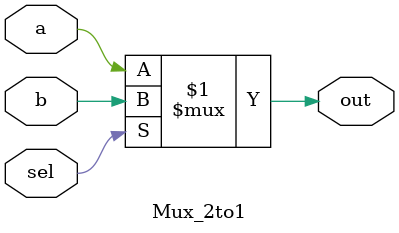
<source format=v>
module Mux_2to1( 
    input a, b, sel,
    output out 
); 
    // sel = 1, out = b
    // sel = 0, out = a
    assign out = sel ? b : a;
endmodule
</source>
